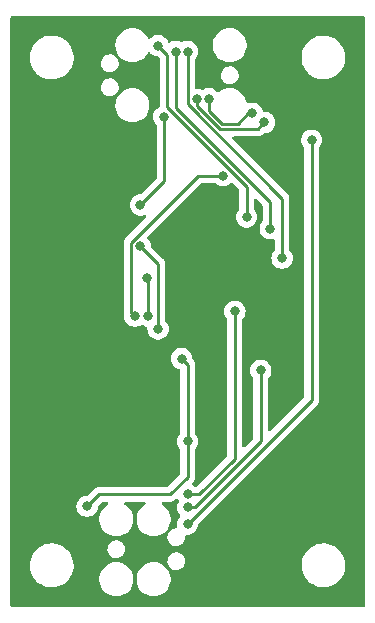
<source format=gbr>
%TF.GenerationSoftware,KiCad,Pcbnew,7.0.7*%
%TF.CreationDate,2024-01-18T13:53:05-05:00*%
%TF.ProjectId,DDRN_Hardware,4444524e-5f48-4617-9264-776172652e6b,rev?*%
%TF.SameCoordinates,Original*%
%TF.FileFunction,Copper,L2,Bot*%
%TF.FilePolarity,Positive*%
%FSLAX46Y46*%
G04 Gerber Fmt 4.6, Leading zero omitted, Abs format (unit mm)*
G04 Created by KiCad (PCBNEW 7.0.7) date 2024-01-18 13:53:05*
%MOMM*%
%LPD*%
G01*
G04 APERTURE LIST*
%TA.AperFunction,ViaPad*%
%ADD10C,0.800000*%
%TD*%
%TA.AperFunction,Conductor*%
%ADD11C,0.250000*%
%TD*%
G04 APERTURE END LIST*
D10*
%TO.N,/3v3*%
X39100000Y-64450000D03*
X47100000Y-81950000D03*
X45300000Y-91450000D03*
X39100000Y-103050000D03*
%TO.N,/V_BAT*%
X30600000Y-102950000D03*
X39100000Y-97450000D03*
X38600000Y-90450000D03*
%TO.N,/Stim_Enable*%
X39100000Y-101950000D03*
X43100000Y-86450000D03*
%TO.N,/SiPM_Signal*%
X39100000Y-104450000D03*
X49600000Y-71950000D03*
%TO.N,/GND*%
X46700000Y-86850000D03*
X39500000Y-86850000D03*
%TO.N,/SWDIO*%
X46100000Y-79450000D03*
X38100000Y-64450000D03*
%TO.N,/SWCLK*%
X36600000Y-63950000D03*
X44100000Y-78450000D03*
%TO.N,/USB_RX*%
X39875000Y-68498008D03*
X45600000Y-70450000D03*
%TO.N,/USB_TX*%
X44575072Y-69675000D03*
X40922834Y-68430570D03*
%TO.N,/RST*%
X37100000Y-69950000D03*
X35100000Y-77450000D03*
%TO.N,/MOSI*%
X34643971Y-86865649D03*
X42100000Y-74950000D03*
%TO.N,/SCK*%
X35761231Y-86850000D03*
X35664491Y-83610507D03*
%TO.N,/Bias_CS*%
X35100000Y-80950000D03*
X36600000Y-87950000D03*
%TD*%
D11*
%TO.N,/3v3*%
X45300000Y-91450000D02*
X45300000Y-97450000D01*
X45300000Y-97450000D02*
X39700000Y-103050000D01*
X39100000Y-64450000D02*
X39100000Y-68892430D01*
X47100000Y-76892430D02*
X47100000Y-81950000D01*
X39100000Y-68892430D02*
X47100000Y-76892430D01*
X39700000Y-103050000D02*
X39100000Y-103050000D01*
%TO.N,/V_BAT*%
X37600000Y-101950000D02*
X31600000Y-101950000D01*
X31600000Y-101950000D02*
X30600000Y-102950000D01*
X38600000Y-90450000D02*
X39100000Y-90950000D01*
X39100000Y-100450000D02*
X37600000Y-101950000D01*
X39100000Y-90950000D02*
X39100000Y-97450000D01*
X39100000Y-97450000D02*
X39100000Y-100450000D01*
%TO.N,/Stim_Enable*%
X40100000Y-101950000D02*
X39100000Y-101950000D01*
X43100000Y-98950000D02*
X40100000Y-101950000D01*
X43100000Y-86450000D02*
X43100000Y-98950000D01*
%TO.N,/SiPM_Signal*%
X49600000Y-93950000D02*
X39100000Y-104450000D01*
X49600000Y-71950000D02*
X49600000Y-93950000D01*
%TO.N,/SWDIO*%
X38148008Y-69265596D02*
X46100000Y-77217588D01*
X46100000Y-77217588D02*
X46100000Y-79450000D01*
X38100000Y-64450000D02*
X38148008Y-64498008D01*
X38148008Y-64498008D02*
X38148008Y-69265596D01*
%TO.N,/SWCLK*%
X37375000Y-64725000D02*
X37375000Y-69175000D01*
X44100000Y-75900000D02*
X44100000Y-78450000D01*
X37375000Y-69175000D02*
X44100000Y-75900000D01*
X36600000Y-63950000D02*
X37375000Y-64725000D01*
%TO.N,/USB_RX*%
X45600000Y-70450000D02*
X45047550Y-71002450D01*
X45047550Y-71002450D02*
X41846416Y-71002450D01*
X39875000Y-69031034D02*
X39875000Y-68498008D01*
X41846416Y-71002450D02*
X39875000Y-69031034D01*
%TO.N,/USB_TX*%
X40922834Y-69442472D02*
X40922834Y-68430570D01*
X43327188Y-70552450D02*
X42032812Y-70552450D01*
X42032812Y-70552450D02*
X40922834Y-69442472D01*
X44204638Y-69675000D02*
X43327188Y-70552450D01*
X44575072Y-69675000D02*
X44204638Y-69675000D01*
%TO.N,/RST*%
X37100000Y-75450000D02*
X35100000Y-77450000D01*
X37100000Y-69950000D02*
X37100000Y-75450000D01*
%TO.N,/MOSI*%
X34325000Y-86546678D02*
X34325000Y-80628984D01*
X40003984Y-74950000D02*
X42100000Y-74950000D01*
X34643971Y-86865649D02*
X34325000Y-86546678D01*
X34325000Y-80628984D02*
X40003984Y-74950000D01*
%TO.N,/SCK*%
X35664491Y-83610507D02*
X35761231Y-83707247D01*
X35761231Y-83707247D02*
X35761231Y-86850000D01*
%TO.N,/Bias_CS*%
X36600000Y-82450000D02*
X35100000Y-80950000D01*
X36600000Y-87950000D02*
X36600000Y-82450000D01*
%TD*%
%TA.AperFunction,Conductor*%
%TO.N,/GND*%
G36*
X54042539Y-61470185D02*
G01*
X54088294Y-61522989D01*
X54099500Y-61574500D01*
X54099500Y-111325500D01*
X54079815Y-111392539D01*
X54027011Y-111438294D01*
X53975500Y-111449500D01*
X24224500Y-111449500D01*
X24157461Y-111429815D01*
X24111706Y-111377011D01*
X24100500Y-111325500D01*
X24100500Y-108017763D01*
X25745787Y-108017763D01*
X25775413Y-108287013D01*
X25775415Y-108287024D01*
X25842966Y-108545410D01*
X25843928Y-108549088D01*
X25949870Y-108798390D01*
X26021998Y-108916575D01*
X26090979Y-109029605D01*
X26090986Y-109029615D01*
X26264253Y-109237819D01*
X26264259Y-109237824D01*
X26271322Y-109244152D01*
X26465998Y-109418582D01*
X26691910Y-109568044D01*
X26937176Y-109683020D01*
X26937183Y-109683022D01*
X26937185Y-109683023D01*
X27196557Y-109761057D01*
X27196564Y-109761058D01*
X27196569Y-109761060D01*
X27464561Y-109800500D01*
X27464566Y-109800500D01*
X27667636Y-109800500D01*
X27719133Y-109796730D01*
X27870156Y-109785677D01*
X27982758Y-109760593D01*
X28134546Y-109726782D01*
X28134548Y-109726781D01*
X28134553Y-109726780D01*
X28387558Y-109630014D01*
X28623777Y-109497441D01*
X28838177Y-109331888D01*
X28922766Y-109244150D01*
X31622050Y-109244150D01*
X31661274Y-109479208D01*
X31738648Y-109704589D01*
X31738654Y-109704603D01*
X31852069Y-109914176D01*
X31852076Y-109914187D01*
X31998433Y-110102227D01*
X31998436Y-110102230D01*
X31998440Y-110102235D01*
X32173766Y-110263633D01*
X32373266Y-110393973D01*
X32591498Y-110489699D01*
X32822510Y-110548199D01*
X33000528Y-110562950D01*
X33000530Y-110562950D01*
X33119470Y-110562950D01*
X33119472Y-110562950D01*
X33297490Y-110548199D01*
X33528502Y-110489699D01*
X33746734Y-110393973D01*
X33946234Y-110263633D01*
X34121560Y-110102235D01*
X34267929Y-109914179D01*
X34381349Y-109704597D01*
X34458726Y-109479206D01*
X34497950Y-109244152D01*
X34497950Y-109244150D01*
X34797050Y-109244150D01*
X34836274Y-109479208D01*
X34913648Y-109704589D01*
X34913654Y-109704603D01*
X35027069Y-109914176D01*
X35027076Y-109914187D01*
X35173433Y-110102227D01*
X35173436Y-110102230D01*
X35173440Y-110102235D01*
X35348766Y-110263633D01*
X35548266Y-110393973D01*
X35766498Y-110489699D01*
X35997510Y-110548199D01*
X36175528Y-110562950D01*
X36175530Y-110562950D01*
X36294470Y-110562950D01*
X36294472Y-110562950D01*
X36472490Y-110548199D01*
X36703502Y-110489699D01*
X36921734Y-110393973D01*
X37121234Y-110263633D01*
X37296560Y-110102235D01*
X37442929Y-109914179D01*
X37556349Y-109704597D01*
X37633726Y-109479206D01*
X37672950Y-109244152D01*
X37672950Y-109005848D01*
X37633726Y-108770794D01*
X37556349Y-108545403D01*
X37442929Y-108335821D01*
X37442927Y-108335819D01*
X37442923Y-108335812D01*
X37296566Y-108147772D01*
X37296563Y-108147769D01*
X37296560Y-108147765D01*
X37121234Y-107986367D01*
X37121231Y-107986365D01*
X37121230Y-107986364D01*
X36961848Y-107882235D01*
X36921734Y-107856027D01*
X36921731Y-107856025D01*
X36921730Y-107856025D01*
X36703502Y-107760301D01*
X36472486Y-107701800D01*
X36329832Y-107689980D01*
X36294472Y-107687050D01*
X36175528Y-107687050D01*
X36143362Y-107689715D01*
X35997513Y-107701800D01*
X35766497Y-107760301D01*
X35548269Y-107856025D01*
X35348769Y-107986364D01*
X35173443Y-108147762D01*
X35173433Y-108147772D01*
X35027076Y-108335812D01*
X35027069Y-108335823D01*
X34913654Y-108545396D01*
X34913648Y-108545410D01*
X34836274Y-108770791D01*
X34797050Y-109005849D01*
X34797050Y-109244150D01*
X34497950Y-109244150D01*
X34497950Y-109005848D01*
X34458726Y-108770794D01*
X34381349Y-108545403D01*
X34267929Y-108335821D01*
X34267927Y-108335819D01*
X34267923Y-108335812D01*
X34121566Y-108147772D01*
X34121563Y-108147769D01*
X34121560Y-108147765D01*
X33946234Y-107986367D01*
X33946231Y-107986365D01*
X33946230Y-107986364D01*
X33786848Y-107882235D01*
X33746734Y-107856027D01*
X33746731Y-107856025D01*
X33746730Y-107856025D01*
X33528502Y-107760301D01*
X33297486Y-107701800D01*
X33154832Y-107689980D01*
X33119472Y-107687050D01*
X33000528Y-107687050D01*
X32968362Y-107689715D01*
X32822513Y-107701800D01*
X32591497Y-107760301D01*
X32373269Y-107856025D01*
X32173769Y-107986364D01*
X31998443Y-108147762D01*
X31998433Y-108147772D01*
X31852076Y-108335812D01*
X31852069Y-108335823D01*
X31738654Y-108545396D01*
X31738648Y-108545410D01*
X31661274Y-108770791D01*
X31622050Y-109005849D01*
X31622050Y-109244150D01*
X28922766Y-109244150D01*
X29026186Y-109136881D01*
X29183799Y-108916579D01*
X29258754Y-108770791D01*
X29307649Y-108675690D01*
X29307651Y-108675684D01*
X29307656Y-108675675D01*
X29395118Y-108419305D01*
X29444319Y-108152933D01*
X29454212Y-107882235D01*
X29428072Y-107644660D01*
X37390393Y-107644660D01*
X37420668Y-107816354D01*
X37489721Y-107976438D01*
X37489722Y-107976440D01*
X37489724Y-107976443D01*
X37544032Y-108049390D01*
X37593832Y-108116283D01*
X37727386Y-108228349D01*
X37883185Y-108306594D01*
X38052829Y-108346800D01*
X38052831Y-108346800D01*
X38183429Y-108346800D01*
X38183436Y-108346800D01*
X38313164Y-108331637D01*
X38476993Y-108272008D01*
X38622654Y-108176205D01*
X38742296Y-108049393D01*
X38760557Y-108017763D01*
X48745787Y-108017763D01*
X48775413Y-108287013D01*
X48775415Y-108287024D01*
X48842966Y-108545410D01*
X48843928Y-108549088D01*
X48949870Y-108798390D01*
X49021998Y-108916575D01*
X49090979Y-109029605D01*
X49090986Y-109029615D01*
X49264253Y-109237819D01*
X49264259Y-109237824D01*
X49271322Y-109244152D01*
X49465998Y-109418582D01*
X49691910Y-109568044D01*
X49937176Y-109683020D01*
X49937183Y-109683022D01*
X49937185Y-109683023D01*
X50196557Y-109761057D01*
X50196564Y-109761058D01*
X50196569Y-109761060D01*
X50464561Y-109800500D01*
X50464566Y-109800500D01*
X50667636Y-109800500D01*
X50719133Y-109796730D01*
X50870156Y-109785677D01*
X50982758Y-109760593D01*
X51134546Y-109726782D01*
X51134548Y-109726781D01*
X51134553Y-109726780D01*
X51387558Y-109630014D01*
X51623777Y-109497441D01*
X51838177Y-109331888D01*
X52026186Y-109136881D01*
X52183799Y-108916579D01*
X52258754Y-108770791D01*
X52307649Y-108675690D01*
X52307651Y-108675684D01*
X52307656Y-108675675D01*
X52395118Y-108419305D01*
X52444319Y-108152933D01*
X52454212Y-107882235D01*
X52424586Y-107612982D01*
X52356072Y-107350912D01*
X52250130Y-107101610D01*
X52109018Y-106870390D01*
X52019747Y-106763119D01*
X51935746Y-106662180D01*
X51935740Y-106662175D01*
X51734002Y-106481418D01*
X51508092Y-106331957D01*
X51471493Y-106314800D01*
X51262824Y-106216980D01*
X51262819Y-106216978D01*
X51262814Y-106216976D01*
X51003442Y-106138942D01*
X51003428Y-106138939D01*
X50887791Y-106121921D01*
X50735439Y-106099500D01*
X50532369Y-106099500D01*
X50532364Y-106099500D01*
X50329844Y-106114323D01*
X50329831Y-106114325D01*
X50065453Y-106173217D01*
X50065446Y-106173220D01*
X49812439Y-106269987D01*
X49576226Y-106402557D01*
X49361822Y-106568112D01*
X49173822Y-106763109D01*
X49173816Y-106763116D01*
X49016202Y-106983419D01*
X49016199Y-106983424D01*
X48892350Y-107224309D01*
X48892343Y-107224327D01*
X48804884Y-107480685D01*
X48804881Y-107480699D01*
X48755681Y-107747068D01*
X48755680Y-107747075D01*
X48745787Y-108017763D01*
X38760557Y-108017763D01*
X38829467Y-107898407D01*
X38879469Y-107731388D01*
X38889607Y-107557340D01*
X38859332Y-107385646D01*
X38790279Y-107225562D01*
X38789358Y-107224325D01*
X38686167Y-107085716D01*
X38552614Y-106973651D01*
X38552612Y-106973650D01*
X38396818Y-106895407D01*
X38396816Y-106895406D01*
X38396815Y-106895406D01*
X38227171Y-106855200D01*
X38096564Y-106855200D01*
X37983051Y-106868467D01*
X37966835Y-106870363D01*
X37966832Y-106870364D01*
X37803008Y-106929991D01*
X37803004Y-106929993D01*
X37657348Y-107025792D01*
X37657347Y-107025793D01*
X37537706Y-107152603D01*
X37537703Y-107152609D01*
X37450534Y-107303590D01*
X37400531Y-107470610D01*
X37400530Y-107470616D01*
X37392238Y-107612982D01*
X37390393Y-107644660D01*
X29428072Y-107644660D01*
X29424586Y-107612982D01*
X29356072Y-107350912D01*
X29250130Y-107101610D01*
X29109018Y-106870390D01*
X29019747Y-106763119D01*
X28935746Y-106662180D01*
X28935740Y-106662175D01*
X28898334Y-106628659D01*
X32310393Y-106628659D01*
X32334100Y-106763109D01*
X32340668Y-106800354D01*
X32409721Y-106960438D01*
X32409722Y-106960440D01*
X32409724Y-106960443D01*
X32464032Y-107033390D01*
X32513832Y-107100283D01*
X32647386Y-107212349D01*
X32803185Y-107290594D01*
X32972829Y-107330800D01*
X32972831Y-107330800D01*
X33103429Y-107330800D01*
X33103436Y-107330800D01*
X33233164Y-107315637D01*
X33396993Y-107256008D01*
X33542654Y-107160205D01*
X33662296Y-107033393D01*
X33749467Y-106882407D01*
X33799469Y-106715388D01*
X33809607Y-106541340D01*
X33779332Y-106369646D01*
X33710279Y-106209562D01*
X33700442Y-106196349D01*
X33642993Y-106119181D01*
X33606168Y-106069717D01*
X33472614Y-105957651D01*
X33385680Y-105913991D01*
X33316818Y-105879407D01*
X33316816Y-105879406D01*
X33316815Y-105879406D01*
X33147171Y-105839200D01*
X33016564Y-105839200D01*
X32903051Y-105852467D01*
X32886835Y-105854363D01*
X32886832Y-105854364D01*
X32723008Y-105913991D01*
X32723004Y-105913993D01*
X32577348Y-106009792D01*
X32577347Y-106009793D01*
X32457706Y-106136603D01*
X32457703Y-106136609D01*
X32370534Y-106287590D01*
X32320531Y-106454610D01*
X32320530Y-106454616D01*
X32310393Y-106628659D01*
X28898334Y-106628659D01*
X28734002Y-106481418D01*
X28508092Y-106331957D01*
X28471493Y-106314800D01*
X28262824Y-106216980D01*
X28262819Y-106216978D01*
X28262814Y-106216976D01*
X28003442Y-106138942D01*
X28003428Y-106138939D01*
X27887791Y-106121921D01*
X27735439Y-106099500D01*
X27532369Y-106099500D01*
X27532364Y-106099500D01*
X27329844Y-106114323D01*
X27329831Y-106114325D01*
X27065453Y-106173217D01*
X27065446Y-106173220D01*
X26812439Y-106269987D01*
X26576226Y-106402557D01*
X26361822Y-106568112D01*
X26173822Y-106763109D01*
X26173816Y-106763116D01*
X26016202Y-106983419D01*
X26016199Y-106983424D01*
X25892350Y-107224309D01*
X25892343Y-107224327D01*
X25804884Y-107480685D01*
X25804881Y-107480699D01*
X25755681Y-107747068D01*
X25755680Y-107747075D01*
X25745787Y-108017763D01*
X24100500Y-108017763D01*
X24100500Y-102950000D01*
X29694540Y-102950000D01*
X29714326Y-103138256D01*
X29714327Y-103138259D01*
X29772818Y-103318277D01*
X29772821Y-103318284D01*
X29867467Y-103482216D01*
X29957504Y-103582212D01*
X29994129Y-103622888D01*
X30147265Y-103734148D01*
X30147270Y-103734151D01*
X30320192Y-103811142D01*
X30320197Y-103811144D01*
X30505354Y-103850500D01*
X30505355Y-103850500D01*
X30694644Y-103850500D01*
X30694646Y-103850500D01*
X30879803Y-103811144D01*
X31052730Y-103734151D01*
X31205871Y-103622888D01*
X31332533Y-103482216D01*
X31427179Y-103318284D01*
X31485674Y-103138256D01*
X31503321Y-102970346D01*
X31529905Y-102905733D01*
X31538961Y-102895628D01*
X31822771Y-102611819D01*
X31884094Y-102578334D01*
X31910452Y-102575500D01*
X32263686Y-102575500D01*
X32330725Y-102595185D01*
X32376480Y-102647989D01*
X32386424Y-102717147D01*
X32357399Y-102780703D01*
X32331508Y-102803309D01*
X32173769Y-102906364D01*
X31998443Y-103067762D01*
X31998433Y-103067772D01*
X31852076Y-103255812D01*
X31852069Y-103255823D01*
X31738654Y-103465396D01*
X31738648Y-103465410D01*
X31661274Y-103690791D01*
X31622050Y-103925849D01*
X31622050Y-104164150D01*
X31661274Y-104399208D01*
X31738648Y-104624589D01*
X31738654Y-104624603D01*
X31852069Y-104834176D01*
X31852076Y-104834187D01*
X31998433Y-105022227D01*
X31998436Y-105022230D01*
X31998440Y-105022235D01*
X32173766Y-105183633D01*
X32373266Y-105313973D01*
X32591498Y-105409699D01*
X32822510Y-105468199D01*
X33000528Y-105482950D01*
X33000530Y-105482950D01*
X33119470Y-105482950D01*
X33119472Y-105482950D01*
X33297490Y-105468199D01*
X33528502Y-105409699D01*
X33746734Y-105313973D01*
X33946234Y-105183633D01*
X34121560Y-105022235D01*
X34264672Y-104838364D01*
X34267923Y-104834187D01*
X34267924Y-104834185D01*
X34267929Y-104834179D01*
X34381349Y-104624597D01*
X34458726Y-104399206D01*
X34497950Y-104164152D01*
X34497950Y-103925848D01*
X34458726Y-103690794D01*
X34381349Y-103465403D01*
X34267929Y-103255821D01*
X34267927Y-103255819D01*
X34267923Y-103255812D01*
X34121566Y-103067772D01*
X34121563Y-103067769D01*
X34121560Y-103067765D01*
X33946234Y-102906367D01*
X33946231Y-102906365D01*
X33946230Y-102906364D01*
X33788492Y-102803309D01*
X33743136Y-102750162D01*
X33733712Y-102680931D01*
X33763214Y-102617595D01*
X33822274Y-102580264D01*
X33856314Y-102575500D01*
X35438686Y-102575500D01*
X35505725Y-102595185D01*
X35551480Y-102647989D01*
X35561424Y-102717147D01*
X35532399Y-102780703D01*
X35506508Y-102803309D01*
X35348769Y-102906364D01*
X35173443Y-103067762D01*
X35173433Y-103067772D01*
X35027076Y-103255812D01*
X35027069Y-103255823D01*
X34913654Y-103465396D01*
X34913648Y-103465410D01*
X34836274Y-103690791D01*
X34797050Y-103925849D01*
X34797050Y-104164150D01*
X34836274Y-104399208D01*
X34913648Y-104624589D01*
X34913654Y-104624603D01*
X35027069Y-104834176D01*
X35027076Y-104834187D01*
X35173433Y-105022227D01*
X35173436Y-105022230D01*
X35173440Y-105022235D01*
X35348766Y-105183633D01*
X35548266Y-105313973D01*
X35766498Y-105409699D01*
X35997510Y-105468199D01*
X36175528Y-105482950D01*
X36175530Y-105482950D01*
X36294470Y-105482950D01*
X36294472Y-105482950D01*
X36472490Y-105468199D01*
X36703502Y-105409699D01*
X36921734Y-105313973D01*
X37121234Y-105183633D01*
X37296560Y-105022235D01*
X37439672Y-104838364D01*
X37442923Y-104834187D01*
X37442924Y-104834185D01*
X37442929Y-104834179D01*
X37556349Y-104624597D01*
X37633726Y-104399206D01*
X37672950Y-104164152D01*
X37672950Y-103925848D01*
X37633726Y-103690794D01*
X37556349Y-103465403D01*
X37442929Y-103255821D01*
X37442927Y-103255819D01*
X37442923Y-103255812D01*
X37296566Y-103067772D01*
X37296563Y-103067769D01*
X37296560Y-103067765D01*
X37121234Y-102906367D01*
X37121231Y-102906365D01*
X37121230Y-102906364D01*
X36963492Y-102803309D01*
X36918136Y-102750162D01*
X36908712Y-102680931D01*
X36938214Y-102617595D01*
X36997274Y-102580264D01*
X37031314Y-102575500D01*
X37517257Y-102575500D01*
X37532877Y-102577224D01*
X37532904Y-102576939D01*
X37540660Y-102577671D01*
X37540667Y-102577673D01*
X37609814Y-102575500D01*
X37639350Y-102575500D01*
X37646228Y-102574630D01*
X37652041Y-102574172D01*
X37698627Y-102572709D01*
X37717869Y-102567117D01*
X37736912Y-102563174D01*
X37756792Y-102560664D01*
X37800122Y-102543507D01*
X37805646Y-102541617D01*
X37809396Y-102540527D01*
X37850390Y-102528618D01*
X37867629Y-102518422D01*
X37885103Y-102509862D01*
X37903727Y-102502488D01*
X37903727Y-102502487D01*
X37903732Y-102502486D01*
X37941449Y-102475082D01*
X37946305Y-102471892D01*
X37986420Y-102448170D01*
X38000589Y-102433999D01*
X38015379Y-102421368D01*
X38031587Y-102409594D01*
X38061299Y-102373676D01*
X38065212Y-102369376D01*
X38101266Y-102333322D01*
X38162587Y-102299839D01*
X38232279Y-102304823D01*
X38288212Y-102346695D01*
X38296323Y-102358991D01*
X38341940Y-102438001D01*
X38358412Y-102505901D01*
X38341939Y-102562000D01*
X38272821Y-102681715D01*
X38272818Y-102681722D01*
X38214327Y-102861740D01*
X38214326Y-102861744D01*
X38194540Y-103050000D01*
X38214326Y-103238256D01*
X38214327Y-103238259D01*
X38272818Y-103418277D01*
X38272821Y-103418284D01*
X38367464Y-103582212D01*
X38367465Y-103582214D01*
X38367467Y-103582216D01*
X38419212Y-103639684D01*
X38443832Y-103667028D01*
X38474061Y-103730020D01*
X38465435Y-103799355D01*
X38443832Y-103832972D01*
X38367464Y-103917787D01*
X38272821Y-104081715D01*
X38272818Y-104081722D01*
X38214327Y-104261740D01*
X38214326Y-104261744D01*
X38200255Y-104395627D01*
X38194540Y-104450000D01*
X38212889Y-104624589D01*
X38214326Y-104638256D01*
X38221678Y-104660883D01*
X38223674Y-104730722D01*
X38187594Y-104790555D01*
X38124893Y-104821384D01*
X38103747Y-104823200D01*
X38096564Y-104823200D01*
X37983051Y-104836467D01*
X37966835Y-104838363D01*
X37966832Y-104838364D01*
X37803008Y-104897991D01*
X37803004Y-104897993D01*
X37657348Y-104993792D01*
X37657347Y-104993793D01*
X37537706Y-105120603D01*
X37537703Y-105120609D01*
X37450534Y-105271590D01*
X37400531Y-105438610D01*
X37400530Y-105438616D01*
X37397948Y-105482950D01*
X37390393Y-105612660D01*
X37420668Y-105784354D01*
X37489721Y-105944438D01*
X37489722Y-105944440D01*
X37489724Y-105944443D01*
X37544032Y-106017390D01*
X37593832Y-106084283D01*
X37727386Y-106196349D01*
X37883185Y-106274594D01*
X38052829Y-106314800D01*
X38052831Y-106314800D01*
X38183429Y-106314800D01*
X38183436Y-106314800D01*
X38313164Y-106299637D01*
X38476993Y-106240008D01*
X38622654Y-106144205D01*
X38742296Y-106017393D01*
X38829467Y-105866407D01*
X38879469Y-105699388D01*
X38889607Y-105525340D01*
X38884439Y-105496032D01*
X38892183Y-105426594D01*
X38936239Y-105372364D01*
X39002620Y-105350562D01*
X39006555Y-105350500D01*
X39194644Y-105350500D01*
X39194646Y-105350500D01*
X39379803Y-105311144D01*
X39552730Y-105234151D01*
X39705871Y-105122888D01*
X39832533Y-104982216D01*
X39927179Y-104818284D01*
X39985674Y-104638256D01*
X40003321Y-104470345D01*
X40029905Y-104405732D01*
X40038952Y-104395636D01*
X49983788Y-94450801D01*
X49996042Y-94440986D01*
X49995859Y-94440764D01*
X50001866Y-94435792D01*
X50001877Y-94435786D01*
X50032775Y-94402882D01*
X50049227Y-94385364D01*
X50059671Y-94374918D01*
X50070120Y-94364471D01*
X50074379Y-94358978D01*
X50078152Y-94354561D01*
X50110062Y-94320582D01*
X50119713Y-94303024D01*
X50130396Y-94286761D01*
X50142673Y-94270936D01*
X50161185Y-94228153D01*
X50163738Y-94222941D01*
X50186197Y-94182092D01*
X50191180Y-94162680D01*
X50197481Y-94144280D01*
X50205437Y-94125896D01*
X50212729Y-94079852D01*
X50213906Y-94074171D01*
X50225500Y-94029019D01*
X50225500Y-94008982D01*
X50227027Y-93989582D01*
X50230160Y-93969804D01*
X50225775Y-93923415D01*
X50225500Y-93917577D01*
X50225500Y-72648687D01*
X50245185Y-72581648D01*
X50257350Y-72565715D01*
X50275891Y-72545122D01*
X50332533Y-72482216D01*
X50427179Y-72318284D01*
X50485674Y-72138256D01*
X50505460Y-71950000D01*
X50485674Y-71761744D01*
X50427179Y-71581716D01*
X50332533Y-71417784D01*
X50205871Y-71277112D01*
X50205870Y-71277111D01*
X50052734Y-71165851D01*
X50052729Y-71165848D01*
X49879807Y-71088857D01*
X49879802Y-71088855D01*
X49734001Y-71057865D01*
X49694646Y-71049500D01*
X49505354Y-71049500D01*
X49472897Y-71056398D01*
X49320197Y-71088855D01*
X49320192Y-71088857D01*
X49147270Y-71165848D01*
X49147265Y-71165851D01*
X48994129Y-71277111D01*
X48867466Y-71417785D01*
X48772821Y-71581715D01*
X48772818Y-71581722D01*
X48749762Y-71652683D01*
X48714326Y-71761744D01*
X48694540Y-71950000D01*
X48714326Y-72138256D01*
X48714327Y-72138259D01*
X48772818Y-72318277D01*
X48772821Y-72318284D01*
X48867467Y-72482216D01*
X48910772Y-72530310D01*
X48942650Y-72565715D01*
X48972880Y-72628706D01*
X48974500Y-72648687D01*
X48974500Y-93639546D01*
X48954815Y-93706585D01*
X48938181Y-93727227D01*
X46137181Y-96528227D01*
X46075858Y-96561712D01*
X46006166Y-96556728D01*
X45950233Y-96514856D01*
X45925816Y-96449392D01*
X45925500Y-96440546D01*
X45925500Y-92148687D01*
X45945185Y-92081648D01*
X45957350Y-92065715D01*
X45975891Y-92045122D01*
X46032533Y-91982216D01*
X46127179Y-91818284D01*
X46185674Y-91638256D01*
X46205460Y-91450000D01*
X46185674Y-91261744D01*
X46127179Y-91081716D01*
X46032533Y-90917784D01*
X45905871Y-90777112D01*
X45868399Y-90749887D01*
X45752734Y-90665851D01*
X45752729Y-90665848D01*
X45579807Y-90588857D01*
X45579802Y-90588855D01*
X45434000Y-90557865D01*
X45394646Y-90549500D01*
X45205354Y-90549500D01*
X45172897Y-90556398D01*
X45020197Y-90588855D01*
X45020192Y-90588857D01*
X44847270Y-90665848D01*
X44847265Y-90665851D01*
X44694129Y-90777111D01*
X44567466Y-90917785D01*
X44472821Y-91081715D01*
X44472818Y-91081722D01*
X44414327Y-91261740D01*
X44414326Y-91261744D01*
X44394540Y-91450000D01*
X44414326Y-91638256D01*
X44414327Y-91638259D01*
X44472818Y-91818277D01*
X44472821Y-91818284D01*
X44567467Y-91982216D01*
X44610772Y-92030310D01*
X44642650Y-92065715D01*
X44672880Y-92128706D01*
X44674500Y-92148687D01*
X44674500Y-97139546D01*
X44654815Y-97206585D01*
X44638181Y-97227227D01*
X43937181Y-97928228D01*
X43875858Y-97961713D01*
X43806167Y-97956729D01*
X43750233Y-97914858D01*
X43725816Y-97849393D01*
X43725500Y-97840547D01*
X43725500Y-87148687D01*
X43745185Y-87081648D01*
X43757350Y-87065715D01*
X43775891Y-87045122D01*
X43832533Y-86982216D01*
X43927179Y-86818284D01*
X43985674Y-86638256D01*
X44005460Y-86450000D01*
X43985674Y-86261744D01*
X43927179Y-86081716D01*
X43832533Y-85917784D01*
X43705871Y-85777112D01*
X43705870Y-85777111D01*
X43552734Y-85665851D01*
X43552729Y-85665848D01*
X43379807Y-85588857D01*
X43379802Y-85588855D01*
X43234001Y-85557865D01*
X43194646Y-85549500D01*
X43005354Y-85549500D01*
X42972897Y-85556398D01*
X42820197Y-85588855D01*
X42820192Y-85588857D01*
X42647270Y-85665848D01*
X42647265Y-85665851D01*
X42494129Y-85777111D01*
X42367466Y-85917785D01*
X42272821Y-86081715D01*
X42272818Y-86081722D01*
X42214327Y-86261740D01*
X42214326Y-86261744D01*
X42194540Y-86450000D01*
X42214326Y-86638256D01*
X42214327Y-86638259D01*
X42272818Y-86818277D01*
X42272821Y-86818284D01*
X42367467Y-86982216D01*
X42410772Y-87030310D01*
X42442650Y-87065715D01*
X42472880Y-87128706D01*
X42474500Y-87148687D01*
X42474500Y-98639547D01*
X42454815Y-98706586D01*
X42438181Y-98727228D01*
X39884700Y-101280708D01*
X39823377Y-101314193D01*
X39753685Y-101309209D01*
X39711534Y-101280534D01*
X39710701Y-101281461D01*
X39705869Y-101277110D01*
X39552734Y-101165851D01*
X39552732Y-101165850D01*
X39521057Y-101151747D01*
X39467820Y-101106496D01*
X39447500Y-101039646D01*
X39466546Y-100972423D01*
X39496872Y-100941988D01*
X39495859Y-100940764D01*
X39501866Y-100935792D01*
X39501877Y-100935786D01*
X39532775Y-100902882D01*
X39549227Y-100885364D01*
X39559671Y-100874918D01*
X39570120Y-100864471D01*
X39574379Y-100858978D01*
X39578152Y-100854561D01*
X39610062Y-100820582D01*
X39619713Y-100803024D01*
X39630396Y-100786761D01*
X39642673Y-100770936D01*
X39661185Y-100728153D01*
X39663738Y-100722941D01*
X39686197Y-100682092D01*
X39691180Y-100662680D01*
X39697481Y-100644280D01*
X39705437Y-100625896D01*
X39712729Y-100579852D01*
X39713906Y-100574171D01*
X39725500Y-100529019D01*
X39725500Y-100508982D01*
X39727027Y-100489582D01*
X39730160Y-100469804D01*
X39725775Y-100423415D01*
X39725500Y-100417577D01*
X39725500Y-98148687D01*
X39745185Y-98081648D01*
X39757350Y-98065715D01*
X39775891Y-98045122D01*
X39832533Y-97982216D01*
X39927179Y-97818284D01*
X39985674Y-97638256D01*
X40005460Y-97450000D01*
X39985674Y-97261744D01*
X39927179Y-97081716D01*
X39832533Y-96917784D01*
X39757350Y-96834284D01*
X39727120Y-96771292D01*
X39725500Y-96751312D01*
X39725500Y-91032742D01*
X39727224Y-91017122D01*
X39726939Y-91017096D01*
X39727671Y-91009340D01*
X39727673Y-91009333D01*
X39725500Y-90940185D01*
X39725500Y-90910650D01*
X39724631Y-90903772D01*
X39724172Y-90897943D01*
X39722709Y-90851372D01*
X39717122Y-90832144D01*
X39713174Y-90813084D01*
X39710663Y-90793204D01*
X39693512Y-90749887D01*
X39691619Y-90744358D01*
X39678618Y-90699609D01*
X39678616Y-90699606D01*
X39668423Y-90682371D01*
X39659861Y-90664894D01*
X39652487Y-90646270D01*
X39652486Y-90646268D01*
X39625079Y-90608545D01*
X39621888Y-90603686D01*
X39613118Y-90588857D01*
X39598170Y-90563580D01*
X39598168Y-90563578D01*
X39598165Y-90563574D01*
X39584006Y-90549415D01*
X39571368Y-90534619D01*
X39559592Y-90518410D01*
X39547170Y-90508134D01*
X39508063Y-90450234D01*
X39502890Y-90425552D01*
X39485674Y-90261744D01*
X39427179Y-90081716D01*
X39332533Y-89917784D01*
X39205871Y-89777112D01*
X39205870Y-89777111D01*
X39052734Y-89665851D01*
X39052729Y-89665848D01*
X38879807Y-89588857D01*
X38879802Y-89588855D01*
X38734000Y-89557865D01*
X38694646Y-89549500D01*
X38505354Y-89549500D01*
X38472897Y-89556398D01*
X38320197Y-89588855D01*
X38320192Y-89588857D01*
X38147270Y-89665848D01*
X38147265Y-89665851D01*
X37994129Y-89777111D01*
X37867466Y-89917785D01*
X37772821Y-90081715D01*
X37772818Y-90081722D01*
X37714327Y-90261740D01*
X37714326Y-90261744D01*
X37694540Y-90450000D01*
X37714326Y-90638256D01*
X37714327Y-90638259D01*
X37772818Y-90818277D01*
X37772821Y-90818284D01*
X37867467Y-90982216D01*
X37957063Y-91081722D01*
X37994129Y-91122888D01*
X38147265Y-91234148D01*
X38147270Y-91234151D01*
X38320191Y-91311142D01*
X38320193Y-91311142D01*
X38320197Y-91311144D01*
X38376282Y-91323064D01*
X38437761Y-91356255D01*
X38471539Y-91417418D01*
X38474500Y-91444354D01*
X38474500Y-96751312D01*
X38454815Y-96818351D01*
X38442650Y-96834284D01*
X38367466Y-96917784D01*
X38272821Y-97081715D01*
X38272818Y-97081722D01*
X38232248Y-97206585D01*
X38214326Y-97261744D01*
X38194540Y-97450000D01*
X38214326Y-97638256D01*
X38214327Y-97638259D01*
X38272818Y-97818277D01*
X38272821Y-97818284D01*
X38367467Y-97982216D01*
X38410772Y-98030310D01*
X38442650Y-98065715D01*
X38472880Y-98128706D01*
X38474500Y-98148687D01*
X38474500Y-100139547D01*
X38454815Y-100206586D01*
X38438181Y-100227228D01*
X37377228Y-101288181D01*
X37315905Y-101321666D01*
X37289547Y-101324500D01*
X31682743Y-101324500D01*
X31667122Y-101322775D01*
X31667095Y-101323061D01*
X31659333Y-101322326D01*
X31590172Y-101324500D01*
X31560649Y-101324500D01*
X31553778Y-101325367D01*
X31547959Y-101325825D01*
X31501374Y-101327289D01*
X31501368Y-101327290D01*
X31482126Y-101332880D01*
X31463087Y-101336823D01*
X31443217Y-101339334D01*
X31443203Y-101339337D01*
X31399883Y-101356488D01*
X31394358Y-101358380D01*
X31349613Y-101371380D01*
X31349610Y-101371381D01*
X31332366Y-101381579D01*
X31314905Y-101390133D01*
X31296274Y-101397510D01*
X31296262Y-101397517D01*
X31258570Y-101424902D01*
X31253687Y-101428109D01*
X31213580Y-101451829D01*
X31199414Y-101465995D01*
X31184624Y-101478627D01*
X31168414Y-101490404D01*
X31168411Y-101490407D01*
X31138710Y-101526309D01*
X31134777Y-101530631D01*
X30652228Y-102013181D01*
X30590905Y-102046666D01*
X30564547Y-102049500D01*
X30505354Y-102049500D01*
X30472897Y-102056398D01*
X30320197Y-102088855D01*
X30320192Y-102088857D01*
X30147270Y-102165848D01*
X30147265Y-102165851D01*
X29994129Y-102277111D01*
X29867466Y-102417785D01*
X29772821Y-102581715D01*
X29772818Y-102581722D01*
X29718089Y-102750162D01*
X29714326Y-102761744D01*
X29694540Y-102950000D01*
X24100500Y-102950000D01*
X24100500Y-69109152D01*
X32987050Y-69109152D01*
X32994300Y-69152600D01*
X33026274Y-69344208D01*
X33103648Y-69569589D01*
X33103654Y-69569603D01*
X33217069Y-69779176D01*
X33217076Y-69779187D01*
X33363433Y-69967227D01*
X33363436Y-69967230D01*
X33363440Y-69967235D01*
X33538766Y-70128633D01*
X33738266Y-70258973D01*
X33956498Y-70354699D01*
X34187510Y-70413199D01*
X34365528Y-70427950D01*
X34365530Y-70427950D01*
X34484470Y-70427950D01*
X34484472Y-70427950D01*
X34662490Y-70413199D01*
X34893502Y-70354699D01*
X35111734Y-70258973D01*
X35311234Y-70128633D01*
X35486560Y-69967235D01*
X35632929Y-69779179D01*
X35746349Y-69569597D01*
X35823726Y-69344206D01*
X35862950Y-69109152D01*
X35862950Y-68870848D01*
X35823726Y-68635794D01*
X35746349Y-68410403D01*
X35632929Y-68200821D01*
X35632927Y-68200819D01*
X35632923Y-68200812D01*
X35486566Y-68012772D01*
X35486563Y-68012769D01*
X35486560Y-68012765D01*
X35311234Y-67851367D01*
X35311231Y-67851365D01*
X35311230Y-67851364D01*
X35176601Y-67763407D01*
X35111734Y-67721027D01*
X35111731Y-67721025D01*
X35111730Y-67721025D01*
X34893502Y-67625301D01*
X34662486Y-67566800D01*
X34519832Y-67554980D01*
X34484472Y-67552050D01*
X34365528Y-67552050D01*
X34333362Y-67554715D01*
X34187513Y-67566800D01*
X33956497Y-67625301D01*
X33738269Y-67721025D01*
X33538769Y-67851364D01*
X33363443Y-68012762D01*
X33363433Y-68012772D01*
X33217076Y-68200812D01*
X33217069Y-68200823D01*
X33103654Y-68410396D01*
X33103648Y-68410410D01*
X33026274Y-68635791D01*
X33003128Y-68774500D01*
X32987050Y-68870848D01*
X32987050Y-69109152D01*
X24100500Y-69109152D01*
X24100500Y-67509660D01*
X31770393Y-67509660D01*
X31800668Y-67681354D01*
X31869721Y-67841438D01*
X31869722Y-67841440D01*
X31869724Y-67841443D01*
X31912093Y-67898354D01*
X31973832Y-67981283D01*
X32107386Y-68093349D01*
X32263185Y-68171594D01*
X32432829Y-68211800D01*
X32432831Y-68211800D01*
X32563429Y-68211800D01*
X32563436Y-68211800D01*
X32693164Y-68196637D01*
X32856993Y-68137008D01*
X33002654Y-68041205D01*
X33122296Y-67914393D01*
X33209467Y-67763407D01*
X33259469Y-67596388D01*
X33269607Y-67422340D01*
X33239332Y-67250646D01*
X33170279Y-67090562D01*
X33160442Y-67077349D01*
X33066167Y-66950716D01*
X32932614Y-66838651D01*
X32932612Y-66838650D01*
X32776818Y-66760407D01*
X32776816Y-66760406D01*
X32776815Y-66760406D01*
X32607171Y-66720200D01*
X32476564Y-66720200D01*
X32363051Y-66733467D01*
X32346835Y-66735363D01*
X32346832Y-66735364D01*
X32183008Y-66794991D01*
X32183004Y-66794993D01*
X32037348Y-66890792D01*
X32037347Y-66890793D01*
X31917706Y-67017603D01*
X31917703Y-67017609D01*
X31830534Y-67168590D01*
X31780531Y-67335610D01*
X31780530Y-67335616D01*
X31775479Y-67422340D01*
X31770393Y-67509660D01*
X24100500Y-67509660D01*
X24100500Y-65017763D01*
X25745787Y-65017763D01*
X25775413Y-65287013D01*
X25775415Y-65287024D01*
X25825254Y-65477659D01*
X25843928Y-65549088D01*
X25949870Y-65798390D01*
X26041959Y-65949283D01*
X26090979Y-66029605D01*
X26090986Y-66029615D01*
X26264253Y-66237819D01*
X26264259Y-66237824D01*
X26355545Y-66319616D01*
X26465998Y-66418582D01*
X26691910Y-66568044D01*
X26937176Y-66683020D01*
X26937183Y-66683022D01*
X26937185Y-66683023D01*
X27196557Y-66761057D01*
X27196564Y-66761058D01*
X27196569Y-66761060D01*
X27464561Y-66800500D01*
X27464566Y-66800500D01*
X27667636Y-66800500D01*
X27719133Y-66796730D01*
X27870156Y-66785677D01*
X27983601Y-66760406D01*
X28134546Y-66726782D01*
X28134548Y-66726781D01*
X28134553Y-66726780D01*
X28387558Y-66630014D01*
X28623777Y-66497441D01*
X28838177Y-66331888D01*
X29026186Y-66136881D01*
X29183799Y-65916579D01*
X29272319Y-65744406D01*
X29307649Y-65675690D01*
X29307651Y-65675684D01*
X29307656Y-65675675D01*
X29375210Y-65477660D01*
X31770393Y-65477660D01*
X31800668Y-65649354D01*
X31869721Y-65809438D01*
X31869722Y-65809440D01*
X31869724Y-65809443D01*
X31924032Y-65882390D01*
X31973832Y-65949283D01*
X32107386Y-66061349D01*
X32263185Y-66139594D01*
X32432829Y-66179800D01*
X32432831Y-66179800D01*
X32563429Y-66179800D01*
X32563436Y-66179800D01*
X32693164Y-66164637D01*
X32856993Y-66105008D01*
X33002654Y-66009205D01*
X33122296Y-65882393D01*
X33209467Y-65731407D01*
X33259469Y-65564388D01*
X33269607Y-65390340D01*
X33239332Y-65218646D01*
X33170279Y-65058562D01*
X33162887Y-65048633D01*
X33066167Y-64918716D01*
X32932614Y-64806651D01*
X32932612Y-64806650D01*
X32776818Y-64728407D01*
X32776816Y-64728406D01*
X32776815Y-64728406D01*
X32607171Y-64688200D01*
X32476564Y-64688200D01*
X32363051Y-64701467D01*
X32346835Y-64703363D01*
X32346832Y-64703364D01*
X32183008Y-64762991D01*
X32183004Y-64762993D01*
X32037348Y-64858792D01*
X32037347Y-64858793D01*
X31917706Y-64985603D01*
X31917703Y-64985609D01*
X31830534Y-65136590D01*
X31780531Y-65303610D01*
X31780530Y-65303616D01*
X31770393Y-65477659D01*
X31770393Y-65477660D01*
X29375210Y-65477660D01*
X29395118Y-65419305D01*
X29444319Y-65152933D01*
X29454212Y-64882235D01*
X29424586Y-64612982D01*
X29356072Y-64350912D01*
X29250130Y-64101610D01*
X29205909Y-64029152D01*
X32987050Y-64029152D01*
X32999141Y-64101610D01*
X33026274Y-64264208D01*
X33103648Y-64489589D01*
X33103654Y-64489603D01*
X33217069Y-64699176D01*
X33217076Y-64699187D01*
X33363433Y-64887227D01*
X33363436Y-64887230D01*
X33363440Y-64887235D01*
X33538766Y-65048633D01*
X33738266Y-65178973D01*
X33956498Y-65274699D01*
X34187510Y-65333199D01*
X34365528Y-65347950D01*
X34365530Y-65347950D01*
X34484470Y-65347950D01*
X34484472Y-65347950D01*
X34662490Y-65333199D01*
X34893502Y-65274699D01*
X35111734Y-65178973D01*
X35311234Y-65048633D01*
X35486560Y-64887235D01*
X35595656Y-64747068D01*
X35632923Y-64699187D01*
X35632924Y-64699185D01*
X35632929Y-64699179D01*
X35710681Y-64555504D01*
X35759901Y-64505913D01*
X35828118Y-64490805D01*
X35893674Y-64514975D01*
X35911887Y-64531549D01*
X35994129Y-64622888D01*
X36147265Y-64734148D01*
X36147270Y-64734151D01*
X36320192Y-64811142D01*
X36320197Y-64811144D01*
X36505354Y-64850500D01*
X36564548Y-64850500D01*
X36631587Y-64870185D01*
X36652229Y-64886819D01*
X36713181Y-64947771D01*
X36746666Y-65009094D01*
X36749500Y-65035452D01*
X36749500Y-69039806D01*
X36729815Y-69106845D01*
X36677011Y-69152600D01*
X36675937Y-69153085D01*
X36647268Y-69165849D01*
X36494129Y-69277111D01*
X36367466Y-69417785D01*
X36272821Y-69581715D01*
X36272818Y-69581722D01*
X36214327Y-69761740D01*
X36214326Y-69761744D01*
X36194540Y-69950000D01*
X36214326Y-70138256D01*
X36214327Y-70138259D01*
X36272818Y-70318277D01*
X36272821Y-70318284D01*
X36367467Y-70482216D01*
X36384006Y-70500584D01*
X36442650Y-70565715D01*
X36472880Y-70628706D01*
X36474500Y-70648687D01*
X36474500Y-75139546D01*
X36454815Y-75206585D01*
X36438181Y-75227227D01*
X35152228Y-76513181D01*
X35090905Y-76546666D01*
X35064547Y-76549500D01*
X35005354Y-76549500D01*
X34998302Y-76550999D01*
X34820197Y-76588855D01*
X34820192Y-76588857D01*
X34647270Y-76665848D01*
X34647265Y-76665851D01*
X34494129Y-76777111D01*
X34367466Y-76917785D01*
X34272821Y-77081715D01*
X34272818Y-77081722D01*
X34214327Y-77261740D01*
X34214326Y-77261744D01*
X34194540Y-77450000D01*
X34214326Y-77638256D01*
X34214327Y-77638259D01*
X34272818Y-77818277D01*
X34272821Y-77818284D01*
X34367467Y-77982216D01*
X34457063Y-78081722D01*
X34494129Y-78122888D01*
X34647265Y-78234148D01*
X34647270Y-78234151D01*
X34820192Y-78311142D01*
X34820197Y-78311144D01*
X35005354Y-78350500D01*
X35005355Y-78350500D01*
X35194644Y-78350500D01*
X35194646Y-78350500D01*
X35379803Y-78311144D01*
X35450766Y-78279548D01*
X35520014Y-78270263D01*
X35583291Y-78299891D01*
X35620505Y-78359026D01*
X35619841Y-78428892D01*
X35588882Y-78480509D01*
X33941208Y-80128183D01*
X33928951Y-80138004D01*
X33929134Y-80138225D01*
X33923123Y-80143197D01*
X33875772Y-80193620D01*
X33854889Y-80214503D01*
X33854877Y-80214516D01*
X33850621Y-80220001D01*
X33846837Y-80224431D01*
X33814937Y-80258402D01*
X33814936Y-80258404D01*
X33805284Y-80275960D01*
X33794610Y-80292210D01*
X33782329Y-80308045D01*
X33782324Y-80308052D01*
X33763815Y-80350822D01*
X33761245Y-80356068D01*
X33738803Y-80396890D01*
X33733822Y-80416291D01*
X33727521Y-80434694D01*
X33719562Y-80453086D01*
X33719561Y-80453089D01*
X33712271Y-80499111D01*
X33711087Y-80504830D01*
X33699501Y-80549956D01*
X33699500Y-80549966D01*
X33699500Y-80570000D01*
X33697973Y-80589399D01*
X33694840Y-80609178D01*
X33694840Y-80609179D01*
X33699225Y-80655567D01*
X33699500Y-80661405D01*
X33699500Y-86463933D01*
X33697775Y-86479550D01*
X33698061Y-86479577D01*
X33697326Y-86487343D01*
X33699500Y-86556492D01*
X33699500Y-86586021D01*
X33699501Y-86586038D01*
X33700368Y-86592909D01*
X33700826Y-86598728D01*
X33702290Y-86645302D01*
X33702291Y-86645305D01*
X33707880Y-86664545D01*
X33711824Y-86683589D01*
X33712895Y-86692070D01*
X33714335Y-86703468D01*
X33731490Y-86746798D01*
X33733381Y-86752324D01*
X33739106Y-86772026D01*
X33743352Y-86819585D01*
X33738511Y-86865649D01*
X33758297Y-87053905D01*
X33758298Y-87053908D01*
X33816789Y-87233926D01*
X33816792Y-87233933D01*
X33911438Y-87397865D01*
X34038100Y-87538537D01*
X34191236Y-87649797D01*
X34191241Y-87649800D01*
X34364163Y-87726791D01*
X34364168Y-87726793D01*
X34549325Y-87766149D01*
X34549326Y-87766149D01*
X34738615Y-87766149D01*
X34738617Y-87766149D01*
X34923774Y-87726793D01*
X35096701Y-87649800D01*
X35118240Y-87634151D01*
X35140484Y-87617990D01*
X35206290Y-87594509D01*
X35274344Y-87610334D01*
X35286255Y-87617989D01*
X35308500Y-87634151D01*
X35481423Y-87711142D01*
X35481424Y-87711142D01*
X35481428Y-87711144D01*
X35605227Y-87737458D01*
X35666709Y-87770650D01*
X35700486Y-87831813D01*
X35702768Y-87871708D01*
X35694540Y-87949999D01*
X35694540Y-87950000D01*
X35714326Y-88138256D01*
X35714327Y-88138259D01*
X35772818Y-88318277D01*
X35772821Y-88318284D01*
X35867467Y-88482216D01*
X35994128Y-88622888D01*
X35994129Y-88622888D01*
X36147265Y-88734148D01*
X36147270Y-88734151D01*
X36320192Y-88811142D01*
X36320197Y-88811144D01*
X36505354Y-88850500D01*
X36505355Y-88850500D01*
X36694644Y-88850500D01*
X36694646Y-88850500D01*
X36879803Y-88811144D01*
X37052730Y-88734151D01*
X37205871Y-88622888D01*
X37332533Y-88482216D01*
X37427179Y-88318284D01*
X37485674Y-88138256D01*
X37505460Y-87950000D01*
X37485674Y-87761744D01*
X37427179Y-87581716D01*
X37332533Y-87417784D01*
X37314596Y-87397863D01*
X37257350Y-87334284D01*
X37227120Y-87271292D01*
X37225500Y-87251312D01*
X37225500Y-82532737D01*
X37227224Y-82517123D01*
X37226938Y-82517096D01*
X37227672Y-82509333D01*
X37225500Y-82440203D01*
X37225500Y-82410651D01*
X37225500Y-82410650D01*
X37224629Y-82403759D01*
X37224172Y-82397945D01*
X37222709Y-82351373D01*
X37217121Y-82332139D01*
X37213174Y-82313081D01*
X37210664Y-82293208D01*
X37193507Y-82249875D01*
X37191614Y-82244346D01*
X37178618Y-82199614D01*
X37178617Y-82199610D01*
X37168420Y-82182368D01*
X37159863Y-82164902D01*
X37152486Y-82146268D01*
X37125083Y-82108550D01*
X37121900Y-82103705D01*
X37098170Y-82063579D01*
X37098165Y-82063573D01*
X37084005Y-82049413D01*
X37071370Y-82034620D01*
X37059593Y-82018412D01*
X37023693Y-81988713D01*
X37019381Y-81984790D01*
X36038960Y-81004369D01*
X36005475Y-80943046D01*
X36003323Y-80929668D01*
X35985674Y-80761744D01*
X35927179Y-80581716D01*
X35832533Y-80417784D01*
X35716187Y-80288569D01*
X35685957Y-80225578D01*
X35694582Y-80156242D01*
X35720653Y-80117919D01*
X40226755Y-75611819D01*
X40288079Y-75578334D01*
X40314437Y-75575500D01*
X41396252Y-75575500D01*
X41463291Y-75595185D01*
X41488400Y-75616526D01*
X41494126Y-75622885D01*
X41494130Y-75622889D01*
X41647265Y-75734148D01*
X41647270Y-75734151D01*
X41820192Y-75811142D01*
X41820197Y-75811144D01*
X42005354Y-75850500D01*
X42005355Y-75850500D01*
X42194644Y-75850500D01*
X42194646Y-75850500D01*
X42379803Y-75811144D01*
X42552730Y-75734151D01*
X42705871Y-75622888D01*
X42728558Y-75597690D01*
X42788045Y-75561042D01*
X42857902Y-75562371D01*
X42908390Y-75592981D01*
X43438181Y-76122771D01*
X43471666Y-76184094D01*
X43474500Y-76210452D01*
X43474500Y-77751312D01*
X43454815Y-77818351D01*
X43442650Y-77834284D01*
X43367466Y-77917784D01*
X43272821Y-78081715D01*
X43272818Y-78081722D01*
X43214327Y-78261740D01*
X43214326Y-78261744D01*
X43194540Y-78450000D01*
X43214326Y-78638256D01*
X43214327Y-78638259D01*
X43272818Y-78818277D01*
X43272821Y-78818284D01*
X43367467Y-78982216D01*
X43457063Y-79081722D01*
X43494129Y-79122888D01*
X43647265Y-79234148D01*
X43647270Y-79234151D01*
X43820192Y-79311142D01*
X43820197Y-79311144D01*
X44005354Y-79350500D01*
X44005355Y-79350500D01*
X44194644Y-79350500D01*
X44194646Y-79350500D01*
X44379803Y-79311144D01*
X44552730Y-79234151D01*
X44705871Y-79122888D01*
X44832533Y-78982216D01*
X44927179Y-78818284D01*
X44985674Y-78638256D01*
X45005460Y-78450000D01*
X44985674Y-78261744D01*
X44927179Y-78081716D01*
X44832533Y-77917784D01*
X44775163Y-77854068D01*
X44757350Y-77834284D01*
X44727120Y-77771292D01*
X44725500Y-77751312D01*
X44725500Y-77027040D01*
X44745185Y-76960001D01*
X44797989Y-76914246D01*
X44867147Y-76904302D01*
X44930703Y-76933327D01*
X44937181Y-76939359D01*
X45438181Y-77440359D01*
X45471666Y-77501682D01*
X45474500Y-77528040D01*
X45474500Y-78751312D01*
X45454815Y-78818351D01*
X45442650Y-78834284D01*
X45367466Y-78917784D01*
X45272821Y-79081715D01*
X45272818Y-79081722D01*
X45214327Y-79261740D01*
X45214326Y-79261744D01*
X45194540Y-79450000D01*
X45214326Y-79638256D01*
X45214327Y-79638259D01*
X45272818Y-79818277D01*
X45272821Y-79818284D01*
X45367467Y-79982216D01*
X45489652Y-80117916D01*
X45494129Y-80122888D01*
X45647265Y-80234148D01*
X45647270Y-80234151D01*
X45820192Y-80311142D01*
X45820197Y-80311144D01*
X46005354Y-80350500D01*
X46005355Y-80350500D01*
X46194644Y-80350500D01*
X46194646Y-80350500D01*
X46324720Y-80322852D01*
X46394385Y-80328168D01*
X46450119Y-80370305D01*
X46474224Y-80435885D01*
X46474499Y-80444142D01*
X46474500Y-81251312D01*
X46454816Y-81318351D01*
X46442650Y-81334284D01*
X46367466Y-81417784D01*
X46272821Y-81581715D01*
X46272818Y-81581722D01*
X46214327Y-81761740D01*
X46214326Y-81761744D01*
X46194540Y-81950000D01*
X46214326Y-82138256D01*
X46214327Y-82138259D01*
X46272818Y-82318277D01*
X46272821Y-82318284D01*
X46367467Y-82482216D01*
X46494128Y-82622888D01*
X46494129Y-82622888D01*
X46647265Y-82734148D01*
X46647270Y-82734151D01*
X46820192Y-82811142D01*
X46820197Y-82811144D01*
X47005354Y-82850500D01*
X47005355Y-82850500D01*
X47194644Y-82850500D01*
X47194646Y-82850500D01*
X47379803Y-82811144D01*
X47552730Y-82734151D01*
X47705871Y-82622888D01*
X47832533Y-82482216D01*
X47927179Y-82318284D01*
X47985674Y-82138256D01*
X48005460Y-81950000D01*
X47985674Y-81761744D01*
X47927179Y-81581716D01*
X47832533Y-81417784D01*
X47757348Y-81334283D01*
X47727119Y-81271293D01*
X47725500Y-81251324D01*
X47725499Y-76975166D01*
X47727224Y-76959553D01*
X47726938Y-76959526D01*
X47727672Y-76951763D01*
X47725500Y-76882632D01*
X47725500Y-76853081D01*
X47725500Y-76853080D01*
X47724629Y-76846189D01*
X47724172Y-76840375D01*
X47722709Y-76793804D01*
X47722709Y-76793802D01*
X47717120Y-76774567D01*
X47713174Y-76755514D01*
X47710664Y-76735638D01*
X47693501Y-76692289D01*
X47691614Y-76686776D01*
X47678617Y-76642040D01*
X47678616Y-76642038D01*
X47668421Y-76624799D01*
X47659860Y-76607323D01*
X47652549Y-76588857D01*
X47652486Y-76588698D01*
X47652486Y-76588697D01*
X47642474Y-76574918D01*
X47625083Y-76550980D01*
X47621900Y-76546135D01*
X47598170Y-76506009D01*
X47598165Y-76506003D01*
X47584005Y-76491843D01*
X47571370Y-76477050D01*
X47559593Y-76460842D01*
X47523693Y-76431143D01*
X47519381Y-76427220D01*
X42931792Y-71839631D01*
X42898307Y-71778308D01*
X42903291Y-71708616D01*
X42945163Y-71652683D01*
X43010627Y-71628266D01*
X43019473Y-71627950D01*
X44964807Y-71627950D01*
X44980427Y-71629674D01*
X44980454Y-71629389D01*
X44988210Y-71630121D01*
X44988217Y-71630123D01*
X45057364Y-71627950D01*
X45086900Y-71627950D01*
X45093778Y-71627080D01*
X45099591Y-71626622D01*
X45146177Y-71625159D01*
X45165419Y-71619567D01*
X45184462Y-71615624D01*
X45204342Y-71613114D01*
X45247672Y-71595957D01*
X45253196Y-71594067D01*
X45256946Y-71592977D01*
X45297940Y-71581068D01*
X45315179Y-71570872D01*
X45332653Y-71562312D01*
X45351277Y-71554938D01*
X45351277Y-71554937D01*
X45351282Y-71554936D01*
X45388999Y-71527532D01*
X45393855Y-71524342D01*
X45433970Y-71500620D01*
X45448139Y-71486449D01*
X45462929Y-71473818D01*
X45479137Y-71462044D01*
X45508844Y-71426131D01*
X45512770Y-71421819D01*
X45547774Y-71386816D01*
X45609099Y-71353333D01*
X45635453Y-71350500D01*
X45694644Y-71350500D01*
X45694646Y-71350500D01*
X45879803Y-71311144D01*
X46052730Y-71234151D01*
X46205871Y-71122888D01*
X46332533Y-70982216D01*
X46427179Y-70818284D01*
X46485674Y-70638256D01*
X46505460Y-70450000D01*
X46485674Y-70261744D01*
X46427179Y-70081716D01*
X46332533Y-69917784D01*
X46205871Y-69777112D01*
X46184719Y-69761744D01*
X46052734Y-69665851D01*
X46052729Y-69665848D01*
X45879807Y-69588857D01*
X45879802Y-69588855D01*
X45731827Y-69557403D01*
X45694646Y-69549500D01*
X45571228Y-69549500D01*
X45504189Y-69529815D01*
X45458434Y-69477011D01*
X45453297Y-69463818D01*
X45402253Y-69306722D01*
X45402252Y-69306721D01*
X45402251Y-69306716D01*
X45307605Y-69142784D01*
X45180943Y-69002112D01*
X45180942Y-69002111D01*
X45027806Y-68890851D01*
X45027801Y-68890848D01*
X44854879Y-68813857D01*
X44854874Y-68813855D01*
X44709072Y-68782865D01*
X44669718Y-68774500D01*
X44480426Y-68774500D01*
X44447969Y-68781398D01*
X44295269Y-68813855D01*
X44295268Y-68813855D01*
X44267732Y-68826116D01*
X44198482Y-68835400D01*
X44135205Y-68805771D01*
X44097993Y-68746636D01*
X44094988Y-68733246D01*
X44078725Y-68635791D01*
X44001351Y-68410410D01*
X44001349Y-68410403D01*
X43887929Y-68200821D01*
X43887927Y-68200819D01*
X43887923Y-68200812D01*
X43741566Y-68012772D01*
X43741563Y-68012769D01*
X43741560Y-68012765D01*
X43566234Y-67851367D01*
X43566231Y-67851365D01*
X43566230Y-67851364D01*
X43431601Y-67763407D01*
X43366734Y-67721027D01*
X43366731Y-67721025D01*
X43366730Y-67721025D01*
X43148502Y-67625301D01*
X42917486Y-67566800D01*
X42774832Y-67554980D01*
X42739472Y-67552050D01*
X42620528Y-67552050D01*
X42588362Y-67554715D01*
X42442513Y-67566800D01*
X42211497Y-67625301D01*
X41993269Y-67721025D01*
X41793762Y-67851369D01*
X41787191Y-67857418D01*
X41724534Y-67888335D01*
X41655109Y-67880469D01*
X41611066Y-67849153D01*
X41604119Y-67841438D01*
X41528705Y-67757682D01*
X41528704Y-67757681D01*
X41375568Y-67646421D01*
X41375563Y-67646418D01*
X41202641Y-67569427D01*
X41202636Y-67569425D01*
X41056834Y-67538435D01*
X41017480Y-67530070D01*
X40828188Y-67530070D01*
X40795731Y-67536968D01*
X40643031Y-67569425D01*
X40643026Y-67569427D01*
X40470104Y-67646418D01*
X40470100Y-67646421D01*
X40416372Y-67685456D01*
X40350565Y-67708935D01*
X40293052Y-67698417D01*
X40176268Y-67646421D01*
X40154803Y-67636864D01*
X40154801Y-67636863D01*
X40154800Y-67636863D01*
X40024498Y-67609167D01*
X39969646Y-67597508D01*
X39849500Y-67597508D01*
X39782461Y-67577823D01*
X39736706Y-67525019D01*
X39725500Y-67473508D01*
X39725500Y-66493660D01*
X41930393Y-66493660D01*
X41960668Y-66665354D01*
X42029721Y-66825438D01*
X42029722Y-66825440D01*
X42029724Y-66825443D01*
X42084032Y-66898390D01*
X42133832Y-66965283D01*
X42267386Y-67077349D01*
X42423185Y-67155594D01*
X42592829Y-67195800D01*
X42592831Y-67195800D01*
X42723429Y-67195800D01*
X42723436Y-67195800D01*
X42853164Y-67180637D01*
X43016993Y-67121008D01*
X43162654Y-67025205D01*
X43282296Y-66898393D01*
X43369467Y-66747407D01*
X43419469Y-66580388D01*
X43429607Y-66406340D01*
X43399332Y-66234646D01*
X43330279Y-66074562D01*
X43320442Y-66061349D01*
X43226167Y-65934716D01*
X43092614Y-65822651D01*
X43092612Y-65822650D01*
X42936818Y-65744407D01*
X42936816Y-65744406D01*
X42936815Y-65744406D01*
X42767171Y-65704200D01*
X42636564Y-65704200D01*
X42523051Y-65717467D01*
X42506835Y-65719363D01*
X42506832Y-65719364D01*
X42343008Y-65778991D01*
X42343004Y-65778993D01*
X42197348Y-65874792D01*
X42197347Y-65874793D01*
X42077706Y-66001603D01*
X42077703Y-66001609D01*
X41990534Y-66152590D01*
X41940531Y-66319610D01*
X41940530Y-66319616D01*
X41935479Y-66406340D01*
X41930393Y-66493660D01*
X39725500Y-66493660D01*
X39725500Y-65148687D01*
X39745185Y-65081648D01*
X39757350Y-65065715D01*
X39775891Y-65045122D01*
X39832533Y-64982216D01*
X39927179Y-64818284D01*
X39985674Y-64638256D01*
X40005460Y-64450000D01*
X39985674Y-64261744D01*
X39927179Y-64081716D01*
X39896831Y-64029152D01*
X41242050Y-64029152D01*
X41254141Y-64101610D01*
X41281274Y-64264208D01*
X41358648Y-64489589D01*
X41358654Y-64489603D01*
X41472069Y-64699176D01*
X41472076Y-64699187D01*
X41618433Y-64887227D01*
X41618436Y-64887230D01*
X41618440Y-64887235D01*
X41793766Y-65048633D01*
X41993266Y-65178973D01*
X42211498Y-65274699D01*
X42442510Y-65333199D01*
X42620528Y-65347950D01*
X42620530Y-65347950D01*
X42739470Y-65347950D01*
X42739472Y-65347950D01*
X42917490Y-65333199D01*
X43148502Y-65274699D01*
X43366734Y-65178973D01*
X43566234Y-65048633D01*
X43599768Y-65017763D01*
X48745787Y-65017763D01*
X48775413Y-65287013D01*
X48775415Y-65287024D01*
X48825254Y-65477659D01*
X48843928Y-65549088D01*
X48949870Y-65798390D01*
X49041959Y-65949283D01*
X49090979Y-66029605D01*
X49090986Y-66029615D01*
X49264253Y-66237819D01*
X49264259Y-66237824D01*
X49355545Y-66319616D01*
X49465998Y-66418582D01*
X49691910Y-66568044D01*
X49937176Y-66683020D01*
X49937183Y-66683022D01*
X49937185Y-66683023D01*
X50196557Y-66761057D01*
X50196564Y-66761058D01*
X50196569Y-66761060D01*
X50464561Y-66800500D01*
X50464566Y-66800500D01*
X50667636Y-66800500D01*
X50719133Y-66796730D01*
X50870156Y-66785677D01*
X50983601Y-66760406D01*
X51134546Y-66726782D01*
X51134548Y-66726781D01*
X51134553Y-66726780D01*
X51387558Y-66630014D01*
X51623777Y-66497441D01*
X51838177Y-66331888D01*
X52026186Y-66136881D01*
X52183799Y-65916579D01*
X52272319Y-65744406D01*
X52307649Y-65675690D01*
X52307651Y-65675684D01*
X52307656Y-65675675D01*
X52395118Y-65419305D01*
X52444319Y-65152933D01*
X52454212Y-64882235D01*
X52424586Y-64612982D01*
X52356072Y-64350912D01*
X52250130Y-64101610D01*
X52109018Y-63870390D01*
X52042823Y-63790848D01*
X51935746Y-63662180D01*
X51935740Y-63662175D01*
X51734002Y-63481418D01*
X51508092Y-63331957D01*
X51470774Y-63314463D01*
X51262824Y-63216980D01*
X51262819Y-63216978D01*
X51262814Y-63216976D01*
X51003442Y-63138942D01*
X51003428Y-63138939D01*
X50880327Y-63120823D01*
X50735439Y-63099500D01*
X50532369Y-63099500D01*
X50532364Y-63099500D01*
X50329844Y-63114323D01*
X50329831Y-63114325D01*
X50065453Y-63173217D01*
X50065446Y-63173220D01*
X49812439Y-63269987D01*
X49576226Y-63402557D01*
X49361822Y-63568112D01*
X49173822Y-63763109D01*
X49173816Y-63763116D01*
X49016202Y-63983419D01*
X49016199Y-63983424D01*
X48892350Y-64224309D01*
X48892343Y-64224327D01*
X48804884Y-64480685D01*
X48804881Y-64480699D01*
X48800224Y-64505913D01*
X48763754Y-64703363D01*
X48755681Y-64747068D01*
X48755680Y-64747075D01*
X48745787Y-65017763D01*
X43599768Y-65017763D01*
X43741560Y-64887235D01*
X43850656Y-64747068D01*
X43887923Y-64699187D01*
X43887924Y-64699185D01*
X43887929Y-64699179D01*
X44001349Y-64489597D01*
X44078726Y-64264206D01*
X44117950Y-64029152D01*
X44117950Y-63790848D01*
X44078726Y-63555794D01*
X44001349Y-63330403D01*
X43887929Y-63120821D01*
X43887927Y-63120819D01*
X43887923Y-63120812D01*
X43741566Y-62932772D01*
X43741563Y-62932769D01*
X43741560Y-62932765D01*
X43566234Y-62771367D01*
X43566231Y-62771365D01*
X43566230Y-62771364D01*
X43489090Y-62720966D01*
X43366734Y-62641027D01*
X43366731Y-62641025D01*
X43366730Y-62641025D01*
X43148502Y-62545301D01*
X42917486Y-62486800D01*
X42774832Y-62474980D01*
X42739472Y-62472050D01*
X42620528Y-62472050D01*
X42588362Y-62474715D01*
X42442513Y-62486800D01*
X42211497Y-62545301D01*
X41993269Y-62641025D01*
X41793769Y-62771364D01*
X41618443Y-62932762D01*
X41618433Y-62932772D01*
X41472076Y-63120812D01*
X41472069Y-63120823D01*
X41358654Y-63330396D01*
X41358648Y-63330410D01*
X41281274Y-63555791D01*
X41261595Y-63673724D01*
X41242050Y-63790848D01*
X41242050Y-64029152D01*
X39896831Y-64029152D01*
X39832533Y-63917784D01*
X39705871Y-63777112D01*
X39705870Y-63777111D01*
X39552734Y-63665851D01*
X39552729Y-63665848D01*
X39379807Y-63588857D01*
X39379802Y-63588855D01*
X39224243Y-63555791D01*
X39194646Y-63549500D01*
X39005354Y-63549500D01*
X38975757Y-63555791D01*
X38820197Y-63588855D01*
X38820192Y-63588857D01*
X38650436Y-63664439D01*
X38581186Y-63673724D01*
X38549564Y-63664439D01*
X38379807Y-63588857D01*
X38379802Y-63588855D01*
X38224243Y-63555791D01*
X38194646Y-63549500D01*
X38005354Y-63549500D01*
X37975757Y-63555791D01*
X37820197Y-63588855D01*
X37820192Y-63588857D01*
X37647270Y-63665848D01*
X37647267Y-63665850D01*
X37629402Y-63678830D01*
X37563595Y-63702308D01*
X37495542Y-63686481D01*
X37446848Y-63636374D01*
X37438588Y-63616828D01*
X37427181Y-63581722D01*
X37427180Y-63581721D01*
X37427179Y-63581716D01*
X37332533Y-63417784D01*
X37205871Y-63277112D01*
X37205870Y-63277111D01*
X37052734Y-63165851D01*
X37052729Y-63165848D01*
X36879807Y-63088857D01*
X36879802Y-63088855D01*
X36734001Y-63057865D01*
X36694646Y-63049500D01*
X36505354Y-63049500D01*
X36472897Y-63056398D01*
X36320197Y-63088855D01*
X36320192Y-63088857D01*
X36147270Y-63165848D01*
X36147265Y-63165851D01*
X35994129Y-63277111D01*
X35994128Y-63277112D01*
X35938927Y-63338419D01*
X35879440Y-63375067D01*
X35809583Y-63373736D01*
X35751535Y-63334849D01*
X35737723Y-63314463D01*
X35642736Y-63138942D01*
X35632929Y-63120821D01*
X35632927Y-63120819D01*
X35632923Y-63120812D01*
X35486566Y-62932772D01*
X35486563Y-62932769D01*
X35486560Y-62932765D01*
X35311234Y-62771367D01*
X35311231Y-62771365D01*
X35311230Y-62771364D01*
X35234089Y-62720966D01*
X35111734Y-62641027D01*
X35111731Y-62641025D01*
X35111730Y-62641025D01*
X34893502Y-62545301D01*
X34662486Y-62486800D01*
X34519832Y-62474980D01*
X34484472Y-62472050D01*
X34365528Y-62472050D01*
X34333362Y-62474715D01*
X34187513Y-62486800D01*
X33956497Y-62545301D01*
X33738269Y-62641025D01*
X33538769Y-62771364D01*
X33363443Y-62932762D01*
X33363433Y-62932772D01*
X33217076Y-63120812D01*
X33217069Y-63120823D01*
X33103654Y-63330396D01*
X33103648Y-63330410D01*
X33026274Y-63555791D01*
X33006595Y-63673724D01*
X32987050Y-63790848D01*
X32987050Y-64029152D01*
X29205909Y-64029152D01*
X29109018Y-63870390D01*
X29042823Y-63790848D01*
X28935746Y-63662180D01*
X28935740Y-63662175D01*
X28734002Y-63481418D01*
X28508092Y-63331957D01*
X28470774Y-63314463D01*
X28262824Y-63216980D01*
X28262819Y-63216978D01*
X28262814Y-63216976D01*
X28003442Y-63138942D01*
X28003428Y-63138939D01*
X27880327Y-63120823D01*
X27735439Y-63099500D01*
X27532369Y-63099500D01*
X27532364Y-63099500D01*
X27329844Y-63114323D01*
X27329831Y-63114325D01*
X27065453Y-63173217D01*
X27065446Y-63173220D01*
X26812439Y-63269987D01*
X26576226Y-63402557D01*
X26361822Y-63568112D01*
X26173822Y-63763109D01*
X26173816Y-63763116D01*
X26016202Y-63983419D01*
X26016199Y-63983424D01*
X25892350Y-64224309D01*
X25892343Y-64224327D01*
X25804884Y-64480685D01*
X25804881Y-64480699D01*
X25800224Y-64505913D01*
X25763754Y-64703363D01*
X25755681Y-64747068D01*
X25755680Y-64747075D01*
X25745787Y-65017763D01*
X24100500Y-65017763D01*
X24100500Y-61574500D01*
X24120185Y-61507461D01*
X24172989Y-61461706D01*
X24224500Y-61450500D01*
X53975500Y-61450500D01*
X54042539Y-61470185D01*
G37*
%TD.AperFunction*%
%TD*%
M02*

</source>
